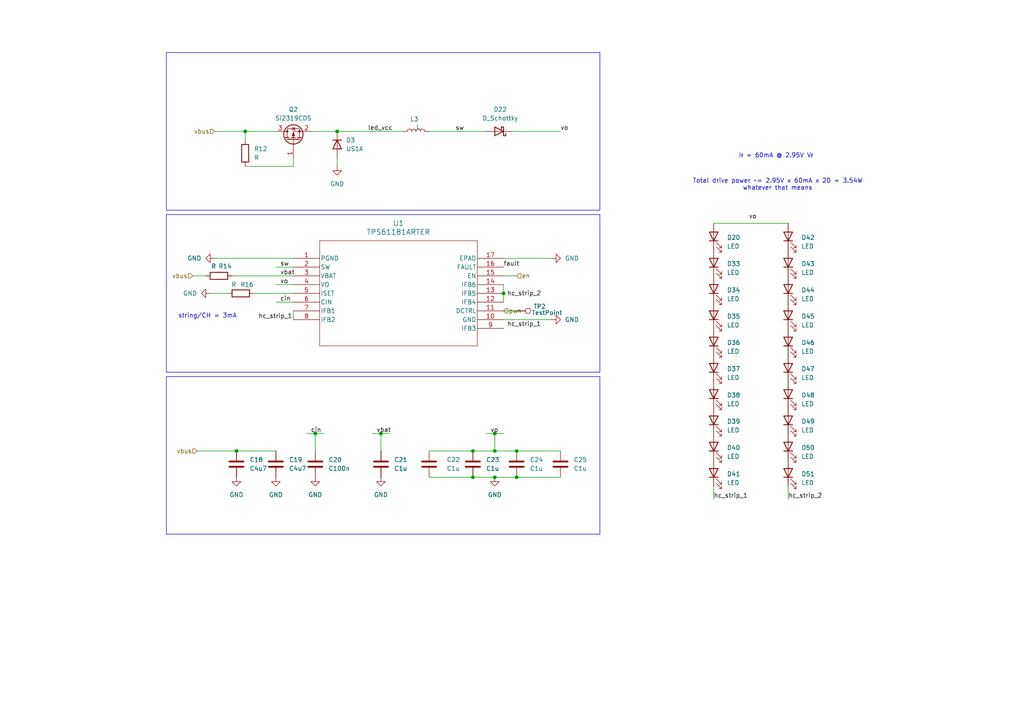
<source format=kicad_sch>
(kicad_sch (version 20250114) (generator "eeschema") (generator_version "9.0")
  (paper "A4")
  (lib_symbols
    (symbol "-TPS61181ARTER:TPS61181ARTER" (pin_names (offset 0.254))
      (property "Reference" "U" (at 30.48 10.16 0))
      (property "Value" "TPS61181ARTER" (at 30.48 7.62 0))
      (symbol "TPS61181ARTER_0_1"
        (polyline (pts (xy 7.62 5.08) (xy 7.62 -25.4)) (stroke (width 0.127)))
        (polyline (pts (xy 7.62 -25.4) (xy 53.34 -25.4)) (stroke (width 0.127)))
        (polyline (pts (xy 53.34 5.08) (xy 7.62 5.08)) (stroke (width 0.127)))
        (polyline (pts (xy 53.34 -25.4) (xy 53.34 5.08)) (stroke (width 0.127)))
        (pin input line (at 0 0 0) (length 7.62) (name "PGND") (number "1"))
        (pin input line (at 0 -2.54 0) (length 7.62) (name "SW") (number "2"))
        (pin input line (at 0 -5.08 0) (length 7.62) (name "VBAT") (number "3"))
        (pin output line (at 0 -7.62 0) (length 7.62) (name "VO") (number "4"))
        (pin input line (at 0 -10.16 0) (length 7.62) (name "ISET") (number "5"))
        (pin input line (at 0 -12.7 0) (length 7.62) (name "CIN") (number "6"))
        (pin input line (at 0 -15.24 0) (length 7.62) (name "IFB1") (number "7"))
        (pin input line (at 0 -17.78 0) (length 7.62) (name "IFB2") (number "8"))
        (pin unspecified line (at 60.96 0 180) (length 7.62) (name "EPAD") (number "17"))
        (pin input line (at 60.96 -2.54 180) (length 7.62) (name "FAULT") (number "16"))
        (pin input line (at 60.96 -5.08 180) (length 7.62) (name "EN") (number "15"))
        (pin input line (at 60.96 -7.62 180) (length 7.62) (name "IFB6") (number "14"))
        (pin input line (at 60.96 -10.16 180) (length 7.62) (name "IFB5") (number "13"))
        (pin input line (at 60.96 -12.7 180) (length 7.62) (name "IFB4") (number "12"))
        (pin input line (at 60.96 -15.24 180) (length 7.62) (name "DCTRL") (number "11"))
        (pin input line (at 60.96 -17.78 180) (length 7.62) (name "GND") (number "10"))
        (pin input line (at 60.96 -20.32 180) (length 7.62) (name "IFB3") (number "9"))
      )
    )
    (symbol "Connector:TestPoint" (pin_numbers (hide yes)) (pin_names (offset 0.762) (hide yes))
      (property "Reference" "TP" (at 0 6.858 0))
      (property "Value" "TestPoint" (at 0 5.08 0))
      (symbol "TestPoint_0_1"
        (circle (center 0 3.302) (radius 0.762))
      )
      (symbol "TestPoint_1_1"
        (pin passive line (at 0 0 90) (length 2.54) (name "1") (number "1"))
      )
    )
    (symbol "Device:C" (pin_numbers (hide yes)) (pin_names (offset 0.254))
      (property "Reference" "C" (at 0.635 2.54 0))
      (property "Value" "C" (at 0.635 -2.54 0))
      (symbol "C_0_1"
        (polyline (pts (xy -2.032 0.762) (xy 2.032 0.762)) (stroke (width 0.508)))
        (polyline (pts (xy -2.032 -0.762) (xy 2.032 -0.762)) (stroke (width 0.508)))
      )
      (symbol "C_1_1"
        (pin passive line (at 0 3.81 270) (length 2.794) (name "~") (number "1"))
        (pin passive line (at 0 -3.81 90) (length 2.794) (name "~") (number "2"))
      )
    )
    (symbol "Device:D_Schottky" (pin_numbers (hide yes)) (pin_names (offset 1.016) (hide yes))
      (property "Reference" "D" (at 0 2.54 0))
      (property "Value" "D_Schottky" (at 0 -2.54 0))
      (symbol "D_Schottky_0_1"
        (polyline (pts (xy -1.905 0.635) (xy -1.905 1.27) (xy -1.27 1.27) (xy -1.27 -1.27) (xy -0.635 -1.27) (xy -0.635 -0.635)) (stroke (width 0.254)))
        (polyline (pts (xy 1.27 1.27) (xy 1.27 -1.27) (xy -1.27 0) (xy 1.27 1.27)) (stroke (width 0.254)))
        (polyline (pts (xy 1.27 0) (xy -1.27 0)))
      )
      (symbol "D_Schottky_1_1"
        (pin passive line (at -3.81 0 0) (length 2.54) (name "K") (number "1"))
        (pin passive line (at 3.81 0 180) (length 2.54) (name "A") (number "2"))
      )
    )
    (symbol "Device:L" (pin_numbers (hide yes)) (pin_names (offset 1.016) (hide yes))
      (property "Reference" "L" (at -1.27 0 90))
      (property "Value" "L" (at 1.905 0 90))
      (symbol "L_0_1"
        (arc (start 0 2.54) (mid 0.6323 1.905) (end 0 1.27))
        (arc (start 0 1.27) (mid 0.6323 0.635) (end 0 0))
        (arc (start 0 0) (mid 0.6323 -0.635) (end 0 -1.27))
        (arc (start 0 -1.27) (mid 0.6323 -1.905) (end 0 -2.54))
      )
      (symbol "L_1_1"
        (pin passive line (at 0 3.81 270) (length 1.27) (name "1") (number "1"))
        (pin passive line (at 0 -3.81 90) (length 1.27) (name "2") (number "2"))
      )
    )
    (symbol "Device:LED" (pin_numbers (hide yes)) (pin_names (offset 1.016) (hide yes))
      (property "Reference" "D" (at 0 2.54 0))
      (property "Value" "LED" (at 0 -2.54 0))
      (symbol "LED_0_1"
        (polyline (pts (xy -3.048 -0.762) (xy -4.572 -2.286) (xy -3.81 -2.286) (xy -4.572 -2.286) (xy -4.572 -1.524)))
        (polyline (pts (xy -1.778 -0.762) (xy -3.302 -2.286) (xy -2.54 -2.286) (xy -3.302 -2.286) (xy -3.302 -1.524)))
        (polyline (pts (xy -1.27 0) (xy 1.27 0)))
        (polyline (pts (xy -1.27 -1.27) (xy -1.27 1.27)) (stroke (width 0.254)))
        (polyline (pts (xy 1.27 -1.27) (xy 1.27 1.27) (xy -1.27 0) (xy 1.27 -1.27)) (stroke (width 0.254)))
      )
      (symbol "LED_1_1"
        (pin passive line (at -3.81 0 0) (length 2.54) (name "K") (number "1"))
        (pin passive line (at 3.81 0 180) (length 2.54) (name "A") (number "2"))
      )
    )
    (symbol "Device:R" (pin_numbers (hide yes)) (pin_names (offset 0))
      (property "Reference" "R" (at 2.032 0 90))
      (property "Value" "R" (at 0 0 90))
      (symbol "R_0_1"
        (rectangle (start -1.016 -2.54) (end 1.016 2.54) (stroke (width 0.254)))
      )
      (symbol "R_1_1"
        (pin passive line (at 0 3.81 270) (length 1.27) (name "~") (number "1"))
        (pin passive line (at 0 -3.81 90) (length 1.27) (name "~") (number "2"))
      )
    )
    (symbol "Diode:US1A" (pin_numbers (hide yes)) (pin_names (hide yes))
      (property "Reference" "D" (at 0 2.54 0))
      (property "Value" "US1A" (at 0 -2.54 0))
      (symbol "US1A_0_1"
        (polyline (pts (xy -1.27 1.27) (xy -1.27 -1.27)) (stroke (width 0.254)))
        (polyline (pts (xy 1.27 1.27) (xy 1.27 -1.27) (xy -1.27 0) (xy 1.27 1.27)) (stroke (width 0.254)))
        (polyline (pts (xy 1.27 0) (xy -1.27 0)))
      )
      (symbol "US1A_1_1"
        (pin passive line (at -3.81 0 0) (length 2.54) (name "K") (number "1"))
        (pin passive line (at 3.81 0 180) (length 2.54) (name "A") (number "2"))
      )
    )
    (symbol "LED_1" (pin_numbers (hide yes)) (pin_names (offset 1.016) (hide yes))
      (property "Reference" "D" (at 0 2.54 0))
      (property "Value" "LED" (at 0 -2.54 0))
      (symbol "LED_1_0_1"
        (polyline (pts (xy -3.048 -0.762) (xy -4.572 -2.286) (xy -3.81 -2.286) (xy -4.572 -2.286) (xy -4.572 -1.524)))
        (polyline (pts (xy -1.778 -0.762) (xy -3.302 -2.286) (xy -2.54 -2.286) (xy -3.302 -2.286) (xy -3.302 -1.524)))
        (polyline (pts (xy -1.27 0) (xy 1.27 0)))
        (polyline (pts (xy -1.27 -1.27) (xy -1.27 1.27)) (stroke (width 0.254)))
        (polyline (pts (xy 1.27 -1.27) (xy 1.27 1.27) (xy -1.27 0) (xy 1.27 -1.27)) (stroke (width 0.254)))
      )
      (symbol "LED_1_1_1"
        (pin passive line (at -3.81 0 0) (length 2.54) (name "K") (number "1"))
        (pin passive line (at 3.81 0 180) (length 2.54) (name "A") (number "2"))
      )
    )
    (symbol "Transistor_FET:Si2319CDS" (pin_names (hide yes))
      (property "Reference" "Q" (at 5.08 1.905 0))
      (property "Value" "Si2319CDS" (at 5.08 0 0))
      (symbol "Si2319CDS_0_1"
        (polyline (pts (xy 0.254 1.905) (xy 0.254 -1.905)) (stroke (width 0.254)))
        (polyline (pts (xy 0.254 0) (xy -2.54 0)))
        (polyline (pts (xy 0.762 2.286) (xy 0.762 1.27)) (stroke (width 0.254)))
        (polyline (pts (xy 0.762 1.778) (xy 3.302 1.778) (xy 3.302 -1.778) (xy 0.762 -1.778)))
        (polyline (pts (xy 0.762 0.508) (xy 0.762 -0.508)) (stroke (width 0.254)))
        (polyline (pts (xy 0.762 -1.27) (xy 0.762 -2.286)) (stroke (width 0.254)))
        (circle (center 1.651 0) (radius 2.794) (stroke (width 0.254)))
        (polyline (pts (xy 2.286 0) (xy 1.27 0.381) (xy 1.27 -0.381) (xy 2.286 0)) (fill (type outline)))
        (polyline (pts (xy 2.54 2.54) (xy 2.54 1.778)))
        (circle (center 2.54 1.778) (radius 0.254) (fill (type outline)))
        (circle (center 2.54 -1.778) (radius 0.254) (fill (type outline)))
        (polyline (pts (xy 2.54 -2.54) (xy 2.54 0) (xy 0.762 0)))
        (polyline (pts (xy 2.794 -0.508) (xy 2.921 -0.381) (xy 3.683 -0.381) (xy 3.81 -0.254)))
        (polyline (pts (xy 3.302 -0.381) (xy 2.921 0.254) (xy 3.683 0.254) (xy 3.302 -0.381)))
      )
      (symbol "Si2319CDS_1_1"
        (pin input line (at -5.08 0 0) (length 2.54) (name "G") (number "1"))
        (pin passive line (at 2.54 5.08 270) (length 2.54) (name "D") (number "3"))
        (pin passive line (at 2.54 -5.08 90) (length 2.54) (name "S") (number "2"))
      )
    )
    (symbol "aaasymlib:TPS61181ARTER" (pin_names (offset 0.254))
      (property "Reference" "U" (at 30.48 10.16 0))
      (property "Value" "TPS61181ARTER" (at 30.48 7.62 0))
      (property "LCSC" "C2679379" (at 0 0 0))
      (symbol "TPS61181ARTER_0_1"
        (polyline (pts (xy 7.62 5.08) (xy 7.62 -25.4)) (stroke (width 0.127)))
        (polyline (pts (xy 7.62 -25.4) (xy 53.34 -25.4)) (stroke (width 0.127)))
        (polyline (pts (xy 53.34 5.08) (xy 7.62 5.08)) (stroke (width 0.127)))
        (polyline (pts (xy 53.34 -25.4) (xy 53.34 5.08)) (stroke (width 0.127)))
        (pin input line (at 0 0 0) (length 7.62) (name "PGND") (number "1"))
        (pin input line (at 0 -2.54 0) (length 7.62) (name "SW") (number "2"))
        (pin input line (at 0 -5.08 0) (length 7.62) (name "VBAT") (number "3"))
        (pin output line (at 0 -7.62 0) (length 7.62) (name "VO") (number "4"))
        (pin input line (at 0 -10.16 0) (length 7.62) (name "ISET") (number "5"))
        (pin input line (at 0 -12.7 0) (length 7.62) (name "CIN") (number "6"))
        (pin input line (at 0 -15.24 0) (length 7.62) (name "IFB1") (number "7"))
        (pin input line (at 0 -17.78 0) (length 7.62) (name "IFB2") (number "8"))
        (pin unspecified line (at 60.96 0 180) (length 7.62) (name "EPAD") (number "17"))
        (pin input line (at 60.96 -2.54 180) (length 7.62) (name "FAULT") (number "16"))
        (pin input line (at 60.96 -5.08 180) (length 7.62) (name "EN") (number "15"))
        (pin input line (at 60.96 -7.62 180) (length 7.62) (name "IFB6") (number "14"))
        (pin input line (at 60.96 -10.16 180) (length 7.62) (name "IFB5") (number "13"))
        (pin input line (at 60.96 -12.7 180) (length 7.62) (name "IFB4") (number "12"))
        (pin input line (at 60.96 -15.24 180) (length 7.62) (name "DCTRL") (number "11"))
        (pin input line (at 60.96 -17.78 180) (length 7.62) (name "GND") (number "10"))
        (pin input line (at 60.96 -20.32 180) (length 7.62) (name "IFB3") (number "9"))
      )
    )
    (symbol "power:GND" (power) (pin_numbers (hide yes)) (pin_names (offset 0) (hide yes))
      (property "Value" "GND" (at 0 -3.81 0))
      (symbol "GND_0_1"
        (polyline (pts (xy 0 0) (xy 0 -1.27) (xy 1.27 -1.27) (xy 0 -2.54) (xy -1.27 -1.27) (xy 0 -1.27)))
      )
      (symbol "GND_1_1"
        (pin power_in line (at 0 0 270) (length 0) (name "~") (number "1"))
      )
    )
  )
  (rectangle (start 48.26 15.24) (end 173.99 60.96))
  (rectangle (start 193.675 -160.02) (end 259.715 -17.78))
  (rectangle (start 48.26 62.23) (end 173.99 107.95))
  (rectangle (start 48.26 109.22) (end 173.99 154.94))
  (rectangle (start 26.035 -112.395) (end 193.04 -65.405))
  (rectangle (start 26.035 -160.02) (end 193.04 -113.03))
  (rectangle (start 26.035 -64.77) (end 193.04 -17.78))
  (text "20mA/CH = 60mA/string" (at 61.468 -82.042 0) (effects (font (size 1.27 1.27))))
  (text "Total drive power ~= 2.95V x 60mA x 20 = 3.54W\nwhatever that means" (at 225.552 53.594 0) (effects (font (size 1.27 1.27))))
  (text "LED Strings" (at 195.58 -156.21 0) (effects (font (size 2.54 2.54)) (justify left)))
  (text "I_{f} = 60mA @ 2.95V V_{f}" (at 226.314 -138.176 0) (effects (font (size 1.27 1.27))))
  (text "Total drive power ~= 2.95V x 60mA x 20 = 3.54W" (at 226.568 -130.556 0) (effects (font (size 1.27 1.27))))
  (text "Capacitors" (at 27.94 -61.214 0) (effects (font (size 2.54 2.54)) (justify left)))
  (text "Power Stage" (at 39.116 -156.718 0) (effects (font (size 2.54 2.54))))
  (text "I_{f} = 60mA @ 2.95V V_{f}" (at 225.044 45.212 0) (effects (font (size 1.27 1.27))))
  (text "string/CH = 3mA" (at 60.198 91.694 0) (effects (font (size 1.27 1.27))))
  (text "CC LED Driver" (at 41.148 -108.966 0) (effects (font (size 2.54 2.54))))
  (junction (at 97.79 38.1))
  (junction (at 143.51 130.81))
  (junction (at 91.44 125.73))
  (junction (at 81.28 -132.08))
  (junction (at 143.51 138.43))
  (junction (at 146.05 85.09))
  (junction (at 68.58 130.81))
  (junction (at 149.86 138.43))
  (junction (at 110.49 125.73))
  (junction (at 149.86 130.81))
  (junction (at 137.16 -46.99))
  (junction (at 148.59 -46.99))
  (junction (at 125.73 -39.37))
  (junction (at 71.12 38.1))
  (junction (at 137.16 138.43))
  (junction (at 125.73 -46.99))
  (junction (at 147.32 -86.36))
  (junction (at 137.16 -39.37))
  (junction (at 137.16 130.81))
  (junction (at 114.3 -39.37))
  (junction (at 66.04 -46.99))
  (junction (at 143.51 125.73))
  (junction (at 62.23 -132.08))
  (wire (pts (xy 146.05 82.55) (xy 146.05 85.09)))
  (wire (pts (xy 62.23 -119.38) (xy 62.23 -121.92)))
  (wire (pts (xy 90.17 38.1) (xy 97.79 38.1)))
  (wire (pts (xy 66.04 -46.99) (xy 78.74 -46.99)))
  (wire (pts (xy 110.49 125.73) (xy 113.03 125.73)))
  (wire (pts (xy 207.01 144.78) (xy 207.01 140.97)))
  (wire (pts (xy 67.31 80.01) (xy 85.09 80.01)))
  (wire (pts (xy 214.63 -106.68) (xy 236.22 -106.68)))
  (wire (pts (xy 80.01 77.47) (xy 85.09 77.47)))
  (wire (pts (xy 62.23 -129.54) (xy 62.23 -132.08)))
  (wire (pts (xy 97.79 38.1) (xy 116.84 38.1)))
  (wire (pts (xy 48.26 -132.08) (xy 62.23 -132.08)))
  (wire (pts (xy 140.97 125.73) (xy 143.51 125.73)))
  (wire (pts (xy 107.95 125.73) (xy 110.49 125.73)))
  (wire (pts (xy 158.75 -78.74) (xy 147.32 -78.74)))
  (wire (pts (xy 124.46 38.1) (xy 140.97 38.1)))
  (wire (pts (xy 71.12 38.1) (xy 71.12 40.64)))
  (wire (pts (xy 147.32 -88.9) (xy 147.32 -86.36)))
  (wire (pts (xy 71.12 48.26) (xy 85.09 48.26)))
  (wire (pts (xy 146.05 74.93) (xy 160.02 74.93)))
  (wire (pts (xy 71.12 -96.52) (xy 86.36 -96.52)))
  (wire (pts (xy 81.28 -132.08) (xy 120.65 -132.08)))
  (wire (pts (xy 90.17 -46.99) (xy 92.71 -46.99)))
  (wire (pts (xy 114.3 -39.37) (xy 125.73 -39.37)))
  (wire (pts (xy 68.58 130.81) (xy 80.01 130.81)))
  (wire (pts (xy 62.23 74.93) (xy 85.09 74.93)))
  (wire (pts (xy 143.51 138.43) (xy 149.86 138.43)))
  (wire (pts (xy 62.23 -91.44) (xy 86.36 -91.44)))
  (wire (pts (xy 85.09 45.72) (xy 85.09 48.26)))
  (wire (pts (xy 143.51 125.73) (xy 146.05 125.73)))
  (wire (pts (xy 158.75 -96.52) (xy 147.32 -96.52)))
  (wire (pts (xy 128.27 -132.08) (xy 151.13 -132.08)))
  (wire (pts (xy 80.01 87.63) (xy 85.09 87.63)))
  (wire (pts (xy 48.26 -46.99) (xy 66.04 -46.99)))
  (wire (pts (xy 146.05 92.71) (xy 160.02 92.71)))
  (wire (pts (xy 91.44 125.73) (xy 93.98 125.73)))
  (wire (pts (xy 91.44 130.81) (xy 91.44 125.73)))
  (wire (pts (xy 149.86 -46.99) (xy 148.59 -46.99)))
  (wire (pts (xy 148.59 -46.99) (xy 137.16 -46.99)))
  (wire (pts (xy 137.16 138.43) (xy 143.51 138.43)))
  (wire (pts (xy 102.87 -46.99) (xy 106.68 -46.99)))
  (wire (pts (xy 83.82 -88.9) (xy 86.36 -88.9)))
  (wire (pts (xy 80.01 38.1) (xy 71.12 38.1)))
  (wire (pts (xy 68.58 -119.38) (xy 68.58 -124.46)))
  (wire (pts (xy 83.82 -93.98) (xy 86.36 -93.98)))
  (wire (pts (xy 146.05 80.01) (xy 149.86 80.01)))
  (wire (pts (xy 146.05 90.17) (xy 149.86 90.17)))
  (wire (pts (xy 143.51 130.81) (xy 143.51 125.73)))
  (wire (pts (xy 148.59 38.1) (xy 162.56 38.1)))
  (wire (pts (xy 124.46 138.43) (xy 137.16 138.43)))
  (wire (pts (xy 97.79 45.72) (xy 97.79 48.26)))
  (wire (pts (xy 228.6 144.78) (xy 228.6 140.97)))
  (wire (pts (xy 146.05 85.09) (xy 146.05 87.63)))
  (wire (pts (xy 78.74 -86.36) (xy 86.36 -86.36)))
  (wire (pts (xy 55.88 80.01) (xy 59.69 80.01)))
  (wire (pts (xy 137.16 -39.37) (xy 148.59 -39.37)))
  (wire (pts (xy 73.66 -132.08) (xy 81.28 -132.08)))
  (wire (pts (xy 73.66 85.09) (xy 85.09 85.09)))
  (wire (pts (xy 62.23 -119.38) (xy 68.58 -119.38)))
  (wire (pts (xy 125.73 -39.37) (xy 137.16 -39.37)))
  (wire (pts (xy 158.75 -132.08) (xy 173.99 -132.08)))
  (wire (pts (xy 124.46 130.81) (xy 137.16 130.81)))
  (wire (pts (xy 85.09 90.17) (xy 85.09 92.71)))
  (wire (pts (xy 207.01 64.77) (xy 228.6 64.77)))
  (wire (pts (xy 125.73 -46.99) (xy 114.3 -46.99)))
  (wire (pts (xy 137.16 -46.99) (xy 125.73 -46.99)))
  (wire (pts (xy 80.01 82.55) (xy 85.09 82.55)))
  (wire (pts (xy 57.15 130.81) (xy 68.58 130.81)))
  (wire (pts (xy 60.96 85.09) (xy 66.04 85.09)))
  (wire (pts (xy 147.32 -86.36) (xy 147.32 -83.82)))
  (wire (pts (xy 62.23 38.1) (xy 71.12 38.1)))
  (wire (pts (xy 48.26 -91.44) (xy 54.61 -91.44)))
  (wire (pts (xy 88.9 125.73) (xy 91.44 125.73)))
  (wire (pts (xy 110.49 130.81) (xy 110.49 125.73)))
  (wire (pts (xy 149.86 130.81) (xy 162.56 130.81)))
  (wire (pts (xy 137.16 130.81) (xy 143.51 130.81)))
  (wire (pts (xy 143.51 130.81) (xy 149.86 130.81)))
  (wire (pts (xy 62.23 -132.08) (xy 63.5 -132.08)))
  (wire (pts (xy 149.86 138.43) (xy 162.56 138.43)))
  (wire (pts (xy 86.36 -81.28) (xy 86.36 -78.74)))
  (label "vo" (at 149.86 -46.99 0))
  (label "vbat" (at 81.28 80.01 0))
  (label "hc_strip_2" (at 236.22 -30.48 180))
  (label "sw" (at 81.28 77.47 0))
  (label "hc_strip_1" (at 207.01 144.78 0))
  (label "sw" (at 142.24 -132.08 180))
  (label "hc_strip_1" (at 214.63 -30.48 180))
  (label "vbat" (at 109.22 125.73 0))
  (label "hc_strip_1" (at 74.93 92.71 0))
  (label "vo" (at 173.99 -132.08 0))
  (label "led_vcc" (at 106.68 38.1 0))
  (label "vbat" (at 83.82 -91.44 180))
  (label "hc_strip_1" (at 147.066 94.996 0))
  (label "vo" (at 83.82 -88.9 180))
  (label "vo" (at 217.17 63.754 0))
  (label "sw" (at 132.08 38.1 0))
  (label "fault" (at 146.05 77.47 0))
  (label "cin" (at 81.28 87.63 0))
  (label "hc_strip_2" (at 147.32 -86.36 0))
  (label "vo" (at 81.28 82.55 0))
  (label "hc_strip_2" (at 228.6 144.78 0))
  (label "cin" (at 92.71 -46.99 180))
  (label "fault" (at 68.58 -119.38 0))
  (label "vo" (at 162.56 38.1 0))
  (label "cin" (at 86.36 -83.82 180))
  (label "led_vcc" (at 102.87 -132.08 180))
  (label "vbat" (at 106.68 -46.99 180))
  (label "hc_strip_1" (at 147.32 -76.2 0))
  (label "fault" (at 147.32 -93.98 0))
  (label "vo" (at 142.24 125.73 0))
  (label "vo" (at 236.22 -106.68 0))
  (label "hc_strip_2" (at 147.066 86.106 0))
  (label "hc_strip_1" (at 86.36 -81.28 180))
  (label "sw" (at 83.82 -93.98 180))
  (label "cin" (at 90.17 125.73 0))
  (hierarchical_label "vbus" (shape input) (at 62.23 38.1 180))
  (hierarchical_label "vbus" (shape input) (at 48.26 -46.99 180))
  (hierarchical_label "en" (shape input) (at 149.86 80.01 0))
  (hierarchical_label "vbus" (shape input) (at 48.26 -91.44 180))
  (hierarchical_label "en" (shape input) (at 147.32 -91.44 0))
  (hierarchical_label "pwn" (shape input) (at 146.05 90.17 0))
  (hierarchical_label "vbus" (shape input) (at 48.26 -132.08 180))
  (hierarchical_label "vbus" (shape input) (at 55.88 80.01 180))
  (hierarchical_label "pwm" (shape input) (at 147.32 -81.28 0))
  (hierarchical_label "vbus" (shape input) (at 57.15 130.81 180))
  (symbol (lib_id "Device:C") (at 110.49 134.62 0) (unit 1)
    (property "Reference" "C21" (at 114.3 133.3499 0) (effects (justify left)))
    (property "Value" "C1u" (at 114.3 135.8899 0) (effects (justify left)))
    (property "Description" "Unpolarized capacitor" (effects (hide yes)))
  )
  (symbol (lib_id "Device:C") (at 80.01 134.62 0) (unit 1)
    (property "Reference" "C19" (at 83.82 133.3499 0) (effects (justify left)))
    (property "Value" "C4u7" (at 83.82 135.8899 0) (effects (justify left)))
    (property "Description" "Unpolarized capacitor" (effects (hide yes)))
  )
  (symbol (lib_id "aaasymlib:TPS61181ARTER") (at 86.36 -96.52 0) (unit 1)
    (property "Reference" "U8" (at 116.84 -109.22 0) (effects (font (size 1.524 1.524))))
    (property "Value" "TPS61181ARTER" (at 116.84 -106.68 0) (effects (font (size 1.524 1.524))))
    (property "Footprint" "aaaafootprintlib:RTE16_1P7X1P7" (effects (hide yes)))
    (property "Datasheet" "TPS61181ARTER" (effects (hide yes)))
    (property "LCSC" "C2679379" (at 116.84 -104.14 0))
  )
  (symbol (lib_id "Transistor_FET:Si2319CDS") (at 68.58 -129.54 270) (mirror x) (unit 1)
    (property "Reference" "Q1" (at 68.58 -138.43 90))
    (property "Value" "Si2319CDS" (at 68.58 -135.89 90))
    (property "Footprint" "Package_TO_SOT_SMD:SOT-23" (effects (hide yes)))
    (property "Datasheet" "http://www.vishay.com/docs/66709/si2319cd.pdf" (effects (hide yes)))
    (property "Description" "-4.4A Id, -40V Vds, P-Channel MOSFET, SOT-23" (effects (hide yes)))
    (property "LCSC" "C146287" (effects (hide yes)))
  )
  (symbol (lib_id "Device:R") (at 62.23 -125.73 0) (mirror x) (unit 1)
    (property "Reference" "R15" (at 59.69 -127.0001 0) (effects (justify right)))
    (property "Value" "R62k" (at 59.69 -124.4601 0) (effects (justify right)))
    (property "Footprint" "Resistor_SMD:R_0402_1005Metric" (effects (hide yes)))
    (property "Description" "Resistor" (effects (hide yes)))
    (property "LCSC" "C137950" (effects (hide yes)))
  )
  (symbol (lib_id "Device:LED") (at 236.22 -41.91 270) (mirror x) (unit 1)
    (property "Reference" "D31" (at 232.41 -41.5926 90) (effects (justify right)))
    (property "Value" "LED250mW" (at 232.41 -39.0526 90) (effects (justify right)))
    (property "Footprint" "aaaafootprintlib:LED_EAHC2835WD6" (effects (hide yes)))
    (property "Datasheet" "https://www.lcsc.com/datasheet/lcsc_datasheet_2001081821_Everlight-Elec-67-21S-KK5C-H402633Z6-2T-CLW_C385299.pdf" (effects (hide yes)))
    (property "Description" "Light emitting diode, 250mW, 60mA@3V3" (effects (hide yes)))
    (property "LCSC" "C385299" (effects (hide yes)))
  )
  (symbol (lib_id "power:GND") (at 158.75 -78.74 90) (unit 1)
    (property "Reference" "#PWR027" (effects (hide yes)))
    (property "Value" "GND" (at 162.56 -78.7401 90) (effects (justify right)))
    (property "Description" "Power symbol creates a global label with name \"GND\" , ground" (effects (hide yes)))
  )
  (symbol (lib_id "-TPS61181ARTER:TPS61181ARTER") (at 85.09 74.93 0) (unit 1)
    (property "Reference" "U1" (at 115.57 64.77 0) (effects (font (size 1.524 1.524))))
    (property "Value" "TPS61181ARTER" (at 115.57 67.31 0) (effects (font (size 1.524 1.524))))
    (property "Footprint" "RTE16_1P7X1P7" (effects (hide yes)))
    (property "Datasheet" "TPS61181ARTER" (effects (hide yes)))
  )
  (symbol (lib_name "LED_1") (lib_id "Device:LED") (at 228.6 76.2 90) (unit 1)
    (property "Reference" "D43" (at 232.41 76.5174 90) (effects (justify right)))
    (property "Value" "LED" (at 232.41 79.0574 90) (effects (justify right)))
    (property "Description" "Light emitting diode" (effects (hide yes)))
    (property "Sim.Pins" "1=K 2=A" (effects (hide yes)))
  )
  (symbol (lib_id "Device:C") (at 66.04 -43.18 0) (unit 1)
    (property "Reference" "C10" (at 69.85 -44.4501 0) (effects (justify left)))
    (property "Value" "C4u7" (at 69.85 -41.9101 0) (effects (justify left)))
    (property "Footprint" "Capacitor_SMD:C_0603_1608Metric" (effects (hide yes)))
    (property "Description" "Unpolarized capacitor" (effects (hide yes)))
    (property "LCSC" "C1705" (effects (hide yes)))
  )
  (symbol (lib_id "Device:LED") (at 236.22 -80.01 270) (mirror x) (unit 1)
    (property "Reference" "D17" (at 232.41 -79.6926 90) (effects (justify right)))
    (property "Value" "LED250mW" (at 232.41 -77.1526 90) (effects (justify right)))
    (property "Footprint" "aaaafootprintlib:LED_EAHC2835WD6" (effects (hide yes)))
    (property "Datasheet" "https://www.lcsc.com/datasheet/lcsc_datasheet_2001081821_Everlight-Elec-67-21S-KK5C-H402633Z6-2T-CLW_C385299.pdf" (effects (hide yes)))
    (property "Description" "Light emitting diode, 250mW, 60mA@3V3" (effects (hide yes)))
    (property "LCSC" "C385299" (effects (hide yes)))
  )
  (symbol (lib_id "Device:LED") (at 236.22 -87.63 270) (mirror x) (unit 1)
    (property "Reference" "D15" (at 232.41 -87.3126 90) (effects (justify right)))
    (property "Value" "LED250mW" (at 232.41 -84.7726 90) (effects (justify right)))
    (property "Footprint" "aaaafootprintlib:LED_EAHC2835WD6" (effects (hide yes)))
    (property "Datasheet" "https://www.lcsc.com/datasheet/lcsc_datasheet_2001081821_Everlight-Elec-67-21S-KK5C-H402633Z6-2T-CLW_C385299.pdf" (effects (hide yes)))
    (property "Description" "Light emitting diode, 250mW, 60mA@3V3" (effects (hide yes)))
    (property "LCSC" "C385299" (effects (hide yes)))
  )
  (symbol (lib_id "Device:C") (at 148.59 -43.18 0) (unit 1)
    (property "Reference" "C17" (at 152.4 -44.4501 0) (effects (justify left)))
    (property "Value" "C1u" (at 152.4 -41.9101 0) (effects (justify left)))
    (property "Footprint" "Capacitor_SMD:C_0402_1005Metric" (effects (hide yes)))
    (property "Description" "Unpolarized capacitor" (effects (hide yes)))
    (property "LCSC" "C14445" (effects (hide yes)))
  )
  (symbol (lib_id "power:GND") (at 160.02 92.71 90) (unit 1)
    (property "Reference" "#PWR032" (effects (hide yes)))
    (property "Value" "GND" (at 163.83 92.7099 90) (effects (justify right)))
    (property "Description" "Power symbol creates a global label with name \"GND\" , ground" (effects (hide yes)))
  )
  (symbol (lib_id "Device:LED") (at 214.63 -87.63 270) (mirror x) (unit 1)
    (property "Reference" "D14" (at 210.82 -87.3126 90) (effects (justify right)))
    (property "Value" "LED250mW" (at 210.82 -84.7726 90) (effects (justify right)))
    (property "Footprint" "aaaafootprintlib:LED_EAHC2835WD6" (effects (hide yes)))
    (property "Datasheet" "https://www.lcsc.com/datasheet/lcsc_datasheet_2001081821_Everlight-Elec-67-21S-KK5C-H402633Z6-2T-CLW_C385299.pdf" (effects (hide yes)))
    (property "Description" "Light emitting diode, 250mW, 60mA@3V3" (effects (hide yes)))
    (property "LCSC" "C385299" (effects (hide yes)))
  )
  (symbol (lib_name "LED_1") (lib_id "Device:LED") (at 207.01 106.68 90) (unit 1)
    (property "Reference" "D37" (at 210.82 106.9974 90) (effects (justify right)))
    (property "Value" "LED" (at 210.82 109.5374 90) (effects (justify right)))
    (property "Description" "Light emitting diode" (effects (hide yes)))
    (property "Sim.Pins" "1=K 2=A" (effects (hide yes)))
  )
  (symbol (lib_id "power:GND") (at 102.87 -39.37 0) (unit 1)
    (property "Reference" "#PWR023" (effects (hide yes)))
    (property "Value" "GND" (at 102.87 -34.29 0))
    (property "Description" "Power symbol creates a global label with name \"GND\" , ground" (effects (hide yes)))
  )
  (symbol (lib_name "LED_1") (lib_id "Device:LED") (at 228.6 129.54 90) (unit 1)
    (property "Reference" "D50" (at 232.41 129.8574 90) (effects (justify right)))
    (property "Value" "LED" (at 232.41 132.3974 90) (effects (justify right)))
    (property "Description" "Light emitting diode" (effects (hide yes)))
    (property "Sim.Pins" "1=K 2=A" (effects (hide yes)))
  )
  (symbol (lib_id "Device:LED") (at 236.22 -95.25 270) (mirror x) (unit 1)
    (property "Reference" "D13" (at 232.41 -94.9326 90) (effects (justify right)))
    (property "Value" "LED250mW" (at 232.41 -92.3926 90) (effects (justify right)))
    (property "Footprint" "aaaafootprintlib:LED_EAHC2835WD6" (effects (hide yes)))
    (property "Datasheet" "https://www.lcsc.com/datasheet/lcsc_datasheet_2001081821_Everlight-Elec-67-21S-KK5C-H402633Z6-2T-CLW_C385299.pdf" (effects (hide yes)))
    (property "Description" "Light emitting diode, 250mW, 60mA@3V3" (effects (hide yes)))
    (property "LCSC" "C385299" (effects (hide yes)))
  )
  (symbol (lib_id "Device:R") (at 74.93 -86.36 90) (unit 1)
    (property "Reference" "R10" (at 74.93 -92.71 90))
    (property "Value" "R62k" (at 74.93 -90.17 90))
    (property "Footprint" "Resistor_SMD:R_0402_1005Metric" (effects (hide yes)))
    (property "Description" "Resistor" (effects (hide yes)))
    (property "LCSC" "C137950" (effects (hide yes)))
  )
  (symbol (lib_id "Device:L") (at 120.65 38.1 90) (unit 1)
    (property "Reference" "L3" (at 121.412 34.544 90) (effects (justify left)))
    (property "Value" "L" (at 121.9199 36.83 90) (effects (justify left)))
    (property "Description" "Inductor" (effects (hide yes)))
  )
  (symbol (lib_id "Device:LED") (at 236.22 -57.15 270) (mirror x) (unit 1)
    (property "Reference" "D27" (at 232.41 -56.8326 90) (effects (justify right)))
    (property "Value" "LED250mW" (at 232.41 -54.2926 90) (effects (justify right)))
    (property "Footprint" "aaaafootprintlib:LED_EAHC2835WD6" (effects (hide yes)))
    (property "Datasheet" "https://www.lcsc.com/datasheet/lcsc_datasheet_2001081821_Everlight-Elec-67-21S-KK5C-H402633Z6-2T-CLW_C385299.pdf" (effects (hide yes)))
    (property "Description" "Light emitting diode, 250mW, 60mA@3V3" (effects (hide yes)))
    (property "LCSC" "C385299" (effects (hide yes)))
  )
  (symbol (lib_id "power:GND") (at 66.04 -39.37 0) (unit 1)
    (property "Reference" "#PWR024" (effects (hide yes)))
    (property "Value" "GND" (at 66.04 -34.29 0))
    (property "Description" "Power symbol creates a global label with name \"GND\" , ground" (effects (hide yes)))
  )
  (symbol (lib_id "Device:LED") (at 214.63 -64.77 270) (mirror x) (unit 1)
    (property "Reference" "D24" (at 210.82 -64.4526 90) (effects (justify right)))
    (property "Value" "LED250mW" (at 210.82 -61.9126 90) (effects (justify right)))
    (property "Footprint" "aaaafootprintlib:LED_EAHC2835WD6" (effects (hide yes)))
    (property "Datasheet" "https://www.lcsc.com/datasheet/lcsc_datasheet_2001081821_Everlight-Elec-67-21S-KK5C-H402633Z6-2T-CLW_C385299.pdf" (effects (hide yes)))
    (property "Description" "Light emitting diode, 250mW, 60mA@3V3" (effects (hide yes)))
    (property "LCSC" "C385299" (effects (hide yes)))
  )
  (symbol (lib_id "power:GND") (at 143.51 138.43 0) (unit 1)
    (property "Reference" "#PWR038" (effects (hide yes)))
    (property "Value" "GND" (at 143.51 143.51 0))
    (property "Description" "Power symbol creates a global label with name \"GND\" , ground" (effects (hide yes)))
  )
  (symbol (lib_name "LED_1") (lib_id "Device:LED") (at 228.6 137.16 90) (unit 1)
    (property "Reference" "D51" (at 232.41 137.4774 90) (effects (justify right)))
    (property "Value" "LED" (at 232.41 140.0174 90) (effects (justify right)))
    (property "Description" "Light emitting diode" (effects (hide yes)))
    (property "Sim.Pins" "1=K 2=A" (effects (hide yes)))
  )
  (symbol (lib_id "Device:LED") (at 236.22 -72.39 270) (mirror x) (unit 1)
    (property "Reference" "D19" (at 232.41 -72.0726 90) (effects (justify right)))
    (property "Value" "LED250mW" (at 232.41 -69.5326 90) (effects (justify right)))
    (property "Footprint" "aaaafootprintlib:LED_EAHC2835WD6" (effects (hide yes)))
    (property "Datasheet" "https://www.lcsc.com/datasheet/lcsc_datasheet_2001081821_Everlight-Elec-67-21S-KK5C-H402633Z6-2T-CLW_C385299.pdf" (effects (hide yes)))
    (property "Description" "Light emitting diode, 250mW, 60mA@3V3" (effects (hide yes)))
    (property "LCSC" "C385299" (effects (hide yes)))
  )
  (symbol (lib_id "power:GND") (at 97.79 48.26 0) (unit 1)
    (property "Reference" "#PWR028" (effects (hide yes)))
    (property "Value" "GND" (at 97.79 53.34 0))
    (property "Description" "Power symbol creates a global label with name \"GND\" , ground" (effects (hide yes)))
  )
  (symbol (lib_id "Device:LED") (at 236.22 -102.87 270) (mirror x) (unit 1)
    (property "Reference" "D11" (at 232.41 -102.5526 90) (effects (justify right)))
    (property "Value" "LED250mW" (at 232.41 -100.0126 90) (effects (justify right)))
    (property "Footprint" "aaaafootprintlib:LED_EAHC2835WD6" (effects (hide yes)))
    (property "Datasheet" "https://www.lcsc.com/datasheet/lcsc_datasheet_2001081821_Everlight-Elec-67-21S-KK5C-H402633Z6-2T-CLW_C385299.pdf" (effects (hide yes)))
    (property "Description" "Light emitting diode, 250mW, 60mA@3V3" (effects (hide yes)))
    (property "LCSC" "C385299" (effects (hide yes)))
  )
  (symbol (lib_id "Device:C") (at 68.58 134.62 0) (unit 1)
    (property "Reference" "C18" (at 72.39 133.3499 0) (effects (justify left)))
    (property "Value" "C4u7" (at 72.39 135.8899 0) (effects (justify left)))
    (property "Description" "Unpolarized capacitor" (effects (hide yes)))
  )
  (symbol (lib_id "Device:C") (at 114.3 -43.18 0) (unit 1)
    (property "Reference" "C14" (at 118.11 -44.4501 0) (effects (justify left)))
    (property "Value" "C1u" (at 118.11 -41.9101 0) (effects (justify left)))
    (property "Footprint" "Capacitor_SMD:C_0402_1005Metric" (effects (hide yes)))
    (property "Description" "Unpolarized capacitor" (effects (hide yes)))
    (property "LCSC" "C14445" (effects (hide yes)))
  )
  (symbol (lib_id "Device:L") (at 124.46 -132.08 90) (unit 1)
    (property "Reference" "L2" (at 124.46 -137.16 90))
    (property "Value" "L10u" (at 124.46 -134.62 90))
    (property "Footprint" "Inductor_SMD:L_Changjiang_FNR5040S" (effects (hide yes)))
    (property "Description" "Inductor" (effects (hide yes)))
    (property "LCSC" " C167967" (effects (hide yes)))
  )
  (symbol (lib_id "Connector:TestPoint") (at 149.86 90.17 270) (unit 1)
    (property "Reference" "TP2" (at 154.686 88.9 90) (effects (justify left)))
    (property "Value" "TestPoint" (at 154.178 90.678 90) (effects (justify left)))
    (property "Description" "test point" (effects (hide yes)))
  )
  (symbol (lib_name "LED_1") (lib_id "Device:LED") (at 228.6 106.68 90) (unit 1)
    (property "Reference" "D47" (at 232.41 106.9974 90) (effects (justify right)))
    (property "Value" "LED" (at 232.41 109.5374 90) (effects (justify right)))
    (property "Description" "Light emitting diode" (effects (hide yes)))
    (property "Sim.Pins" "1=K 2=A" (effects (hide yes)))
  )
  (symbol (lib_id "Device:R") (at 69.85 85.09 90) (unit 1)
    (property "Reference" "R16" (at 71.628 82.55 90))
    (property "Value" "R" (at 67.818 82.55 90))
    (property "Description" "Resistor" (effects (hide yes)))
  )
  (symbol (lib_id "Device:LED") (at 214.63 -95.25 270) (mirror x) (unit 1)
    (property "Reference" "D12" (at 210.82 -94.9326 90) (effects (justify right)))
    (property "Value" "LED250mW" (at 210.82 -92.3926 90) (effects (justify right)))
    (property "Footprint" "aaaafootprintlib:LED_EAHC2835WD6" (effects (hide yes)))
    (property "Datasheet" "https://www.lcsc.com/datasheet/lcsc_datasheet_2001081821_Everlight-Elec-67-21S-KK5C-H402633Z6-2T-CLW_C385299.pdf" (effects (hide yes)))
    (property "Description" "Light emitting diode, 250mW, 60mA@3V3" (effects (hide yes)))
    (property "LCSC" "C385299" (effects (hide yes)))
  )
  (symbol (lib_id "Device:LED") (at 214.63 -57.15 270) (mirror x) (unit 1)
    (property "Reference" "D26" (at 210.82 -56.8326 90) (effects (justify right)))
    (property "Value" "LED250mW" (at 210.82 -54.2926 90) (effects (justify right)))
    (property "Footprint" "aaaafootprintlib:LED_EAHC2835WD6" (effects (hide yes)))
    (property "Datasheet" "https://www.lcsc.com/datasheet/lcsc_datasheet_2001081821_Everlight-Elec-67-21S-KK5C-H402633Z6-2T-CLW_C385299.pdf" (effects (hide yes)))
    (property "Description" "Light emitting diode, 250mW, 60mA@3V3" (effects (hide yes)))
    (property "LCSC" "C385299" (effects (hide yes)))
  )
  (symbol (lib_id "Device:C") (at 124.46 134.62 0) (unit 1)
    (property "Reference" "C22" (at 129.54 133.3499 0) (effects (justify left)))
    (property "Value" "C1u" (at 129.54 135.8899 0) (effects (justify left)))
    (property "Description" "Unpolarized capacitor" (effects (hide yes)))
  )
  (symbol (lib_id "Device:R") (at 58.42 -91.44 270) (unit 1)
    (property "Reference" "R13" (at 58.42 -97.79 90))
    (property "Value" "R51" (at 58.42 -95.25 90))
    (property "Footprint" "Resistor_SMD:R_0402_1005Metric" (effects (hide yes)))
    (property "Description" "Resistor" (effects (hide yes)))
    (property "LCSC" "C137960" (effects (hide yes)))
  )
  (symbol (lib_name "LED_1") (lib_id "Device:LED") (at 228.6 91.44 90) (unit 1)
    (property "Reference" "D45" (at 232.41 91.7574 90) (effects (justify right)))
    (property "Value" "LED" (at 232.41 94.2974 90) (effects (justify right)))
    (property "Description" "Light emitting diode" (effects (hide yes)))
    (property "Sim.Pins" "1=K 2=A" (effects (hide yes)))
  )
  (symbol (lib_id "Device:C") (at 162.56 134.62 0) (unit 1)
    (property "Reference" "C25" (at 166.37 133.3499 0) (effects (justify left)))
    (property "Value" "C1u" (at 166.37 135.8899 0) (effects (justify left)))
    (property "Description" "Unpolarized capacitor" (effects (hide yes)))
  )
  (symbol (lib_id "Device:LED") (at 214.63 -102.87 270) (mirror x) (unit 1)
    (property "Reference" "D10" (at 210.82 -102.5526 90) (effects (justify right)))
    (property "Value" "LED250mW" (at 210.82 -100.0126 90) (effects (justify right)))
    (property "Footprint" "aaaafootprintlib:LED_EAHC2835WD6" (effects (hide yes)))
    (property "Datasheet" "https://www.lcsc.com/datasheet/lcsc_datasheet_2001081821_Everlight-Elec-67-21S-KK5C-H402633Z6-2T-CLW_C385299.pdf" (effects (hide yes)))
    (property "Description" "Light emitting diode, 250mW, 60mA@3V3" (effects (hide yes)))
    (property "LCSC" "C385299" (effects (hide yes)))
  )
  (symbol (lib_id "power:GND") (at 60.96 85.09 270) (unit 1)
    (property "Reference" "#PWR030" (effects (hide yes)))
    (property "Value" "GND" (at 57.15 85.0899 90) (effects (justify right)))
    (property "Description" "Power symbol creates a global label with name \"GND\" , ground" (effects (hide yes)))
  )
  (symbol (lib_name "LED_1") (lib_id "Device:LED") (at 207.01 129.54 90) (unit 1)
    (property "Reference" "D40" (at 210.82 129.8574 90) (effects (justify right)))
    (property "Value" "LED" (at 210.82 132.3974 90) (effects (justify right)))
    (property "Description" "Light emitting diode" (effects (hide yes)))
    (property "Sim.Pins" "1=K 2=A" (effects (hide yes)))
  )
  (symbol (lib_id "Device:LED") (at 214.63 -80.01 270) (mirror x) (unit 1)
    (property "Reference" "D16" (at 210.82 -79.6926 90) (effects (justify right)))
    (property "Value" "LED250mW" (at 210.82 -77.1526 90) (effects (justify right)))
    (property "Footprint" "aaaafootprintlib:LED_EAHC2835WD6" (effects (hide yes)))
    (property "Datasheet" "https://www.lcsc.com/datasheet/lcsc_datasheet_2001081821_Everlight-Elec-67-21S-KK5C-H402633Z6-2T-CLW_C385299.pdf" (effects (hide yes)))
    (property "Description" "Light emitting diode, 250mW, 60mA@3V3" (effects (hide yes)))
    (property "LCSC" "C385299" (effects (hide yes)))
  )
  (symbol (lib_id "power:GND") (at 110.49 138.43 0) (unit 1)
    (property "Reference" "#PWR036" (effects (hide yes)))
    (property "Value" "GND" (at 110.49 143.51 0))
    (property "Description" "Power symbol creates a global label with name \"GND\" , ground" (effects (hide yes)))
  )
  (symbol (lib_id "Device:C") (at 102.87 -43.18 0) (unit 1)
    (property "Reference" "C13" (at 106.68 -44.4501 0) (effects (justify left)))
    (property "Value" "C1u" (at 106.68 -41.9101 0) (effects (justify left)))
    (property "Footprint" "Capacitor_SMD:C_0402_1005Metric" (effects (hide yes)))
    (property "Description" "Unpolarized capacitor" (effects (hide yes)))
    (property "LCSC" "C14445" (effects (hide yes)))
  )
  (symbol (lib_id "power:GND") (at 81.28 -124.46 0) (unit 1)
    (property "Reference" "#PWR021" (effects (hide yes)))
    (property "Value" "GND" (at 81.28 -119.38 0))
    (property "Description" "Power symbol creates a global label with name \"GND\" , ground" (effects (hide yes)))
  )
  (symbol (lib_name "LED_1") (lib_id "Device:LED") (at 228.6 114.3 90) (unit 1)
    (property "Reference" "D48" (at 232.41 114.6174 90) (effects (justify right)))
    (property "Value" "LED" (at 232.41 117.1574 90) (effects (justify right)))
    (property "Description" "Light emitting diode" (effects (hide yes)))
    (property "Sim.Pins" "1=K 2=A" (effects (hide yes)))
  )
  (symbol (lib_id "power:GND") (at 71.12 -96.52 270) (unit 1)
    (property "Reference" "#PWR019" (effects (hide yes)))
    (property "Value" "GND" (at 67.31 -96.5201 90) (effects (justify right)))
    (property "Description" "Power symbol creates a global label with name \"GND\" , ground" (effects (hide yes)))
  )
  (symbol (lib_id "Diode:US1A") (at 97.79 41.91 270) (unit 1)
    (property "Reference" "D3" (at 100.33 40.6399 90) (effects (justify left)))
    (property "Value" "US1A" (at 100.33 43.1799 90) (effects (justify left)))
    (property "Footprint" "Diode_SMD:D_SMA" (effects (hide yes)))
    (property "Datasheet" "https://www.diodes.com/assets/Datasheets/ds16008.pdf" (effects (hide yes)))
    (property "Description" "50V, 1A, General Purpose Rectifier Diode, SMA(DO-214AC)" (effects (hide yes)))
    (property "Sim.Device" "D" (effects (hide yes)))
    (property "Sim.Pins" "1=K 2=A" (effects (hide yes)))
  )
  (symbol (lib_id "power:GND") (at 90.17 -39.37 0) (unit 1)
    (property "Reference" "#PWR022" (effects (hide yes)))
    (property "Value" "GND" (at 90.17 -34.29 0))
    (property "Description" "Power symbol creates a global label with name \"GND\" , ground" (effects (hide yes)))
  )
  (symbol (lib_id "Device:LED") (at 214.63 -49.53 270) (mirror x) (unit 1)
    (property "Reference" "D28" (at 210.82 -49.2126 90) (effects (justify right)))
    (property "Value" "LED250mW" (at 210.82 -46.6726 90) (effects (justify right)))
    (property "Footprint" "aaaafootprintlib:LED_EAHC2835WD6" (effects (hide yes)))
    (property "Datasheet" "https://www.lcsc.com/datasheet/lcsc_datasheet_2001081821_Everlight-Elec-67-21S-KK5C-H402633Z6-2T-CLW_C385299.pdf" (effects (hide yes)))
    (property "Description" "Light emitting diode, 250mW, 60mA@3V3" (effects (hide yes)))
    (property "LCSC" "C385299" (effects (hide yes)))
  )
  (symbol (lib_id "Device:D_Schottky") (at 144.78 38.1 180) (unit 1)
    (property "Reference" "D22" (at 145.0975 31.75 0))
    (property "Value" "D_Schottky" (at 145.0975 34.29 0))
    (property "Description" "Schottky diode" (effects (hide yes)))
  )
  (symbol (lib_id "power:GND") (at 80.01 138.43 0) (unit 1)
    (property "Reference" "#PWR034" (effects (hide yes)))
    (property "Value" "GND" (at 80.01 143.51 0))
    (property "Description" "Power symbol creates a global label with name \"GND\" , ground" (effects (hide yes)))
  )
  (symbol (lib_id "Device:LED") (at 236.22 -49.53 270) (mirror x) (unit 1)
    (property "Reference" "D29" (at 232.41 -49.2126 90) (effects (justify right)))
    (property "Value" "LED250mW" (at 232.41 -46.6726 90) (effects (justify right)))
    (property "Footprint" "aaaafootprintlib:LED_EAHC2835WD6" (effects (hide yes)))
    (property "Datasheet" "https://www.lcsc.com/datasheet/lcsc_datasheet_2001081821_Everlight-Elec-67-21S-KK5C-H402633Z6-2T-CLW_C385299.pdf" (effects (hide yes)))
    (property "Description" "Light emitting diode, 250mW, 60mA@3V3" (effects (hide yes)))
    (property "LCSC" "C385299" (effects (hide yes)))
  )
  (symbol (lib_id "Device:C") (at 78.74 -43.18 0) (unit 1)
    (property "Reference" "C11" (at 82.55 -44.4501 0) (effects (justify left)))
    (property "Value" "C4u7" (at 82.55 -41.9101 0) (effects (justify left)))
    (property "Footprint" "Capacitor_SMD:C_0603_1608Metric" (effects (hide yes)))
    (property "Description" "Unpolarized capacitor" (effects (hide yes)))
    (property "LCSC" "C1705" (effects (hide yes)))
  )
  (symbol (lib_id "power:GND") (at 62.23 74.93 270) (unit 1)
    (property "Reference" "#PWR029" (effects (hide yes)))
    (property "Value" "GND" (at 58.42 74.9299 90) (effects (justify right)))
    (property "Description" "Power symbol creates a global label with name \"GND\" , ground" (effects (hide yes)))
  )
  (symbol (lib_id "power:GND") (at 160.02 74.93 90) (unit 1)
    (property "Reference" "#PWR031" (effects (hide yes)))
    (property "Value" "GND" (at 163.83 74.9299 90) (effects (justify right)))
    (property "Description" "Power symbol creates a global label with name \"GND\" , ground" (effects (hide yes)))
  )
  (symbol (lib_name "LED_1") (lib_id "Device:LED") (at 207.01 76.2 90) (unit 1)
    (property "Reference" "D33" (at 210.82 76.5174 90) (effects (justify right)))
    (property "Value" "LED" (at 210.82 79.0574 90) (effects (justify right)))
    (property "Description" "Light emitting diode" (effects (hide yes)))
    (property "Sim.Pins" "1=K 2=A" (effects (hide yes)))
  )
  (symbol (lib_name "LED_1") (lib_id "Device:LED") (at 228.6 121.92 90) (unit 1)
    (property "Reference" "D49" (at 232.41 122.2374 90) (effects (justify right)))
    (property "Value" "LED" (at 232.41 124.7774 90) (effects (justify right)))
    (property "Description" "Light emitting diode" (effects (hide yes)))
    (property "Sim.Pins" "1=K 2=A" (effects (hide yes)))
  )
  (symbol (lib_id "power:GND") (at 91.44 138.43 0) (unit 1)
    (property "Reference" "#PWR035" (effects (hide yes)))
    (property "Value" "GND" (at 91.44 143.51 0))
    (property "Description" "Power symbol creates a global label with name \"GND\" , ground" (effects (hide yes)))
  )
  (symbol (lib_id "Device:D_Schottky") (at 154.94 -132.08 180) (unit 1)
    (property "Reference" "D9" (at 155.2575 -138.43 0))
    (property "Value" "D_Schottky" (at 155.2575 -135.89 0))
    (property "Footprint" "Diode_SMD:D_SOD-123" (effects (hide yes)))
    (property "Description" "Schottky diode" (effects (hide yes)))
    (property "LCSC" "C908227" (effects (hide yes)))
  )
  (symbol (lib_id "Device:LED") (at 214.63 -34.29 270) (mirror x) (unit 1)
    (property "Reference" "D32" (at 210.82 -33.9726 90) (effects (justify right)))
    (property "Value" "LED250mW" (at 210.82 -31.4326 90) (effects (justify right)))
    (property "Footprint" "aaaafootprintlib:LED_EAHC2835WD6" (effects (hide yes)))
    (property "Datasheet" "https://www.lcsc.com/datasheet/lcsc_datasheet_2001081821_Everlight-Elec-67-21S-KK5C-H402633Z6-2T-CLW_C385299.pdf" (effects (hide yes)))
    (property "Description" "Light emitting diode, 250mW, 60mA@3V3" (effects (hide yes)))
    (property "LCSC" "C385299" (effects (hide yes)))
  )
  (symbol (lib_id "power:GND") (at 71.12 -86.36 270) (unit 1)
    (property "Reference" "#PWR018" (effects (hide yes)))
    (property "Value" "GND" (at 67.31 -86.3601 90) (effects (justify right)))
    (property "Description" "Power symbol creates a global label with name \"GND\" , ground" (effects (hide yes)))
  )
  (symbol (lib_id "Device:C") (at 149.86 134.62 0) (unit 1)
    (property "Reference" "C24" (at 153.67 133.3499 0) (effects (justify left)))
    (property "Value" "C1u" (at 153.67 135.8899 0) (effects (justify left)))
    (property "Description" "Unpolarized capacitor" (effects (hide yes)))
  )
  (symbol (lib_id "power:GND") (at 158.75 -96.52 90) (unit 1)
    (property "Reference" "#PWR026" (effects (hide yes)))
    (property "Value" "GND" (at 162.56 -96.5201 90) (effects (justify right)))
    (property "Description" "Power symbol creates a global label with name \"GND\" , ground" (effects (hide yes)))
  )
  (symbol (lib_name "LED_1") (lib_id "Device:LED") (at 207.01 83.82 90) (unit 1)
    (property "Reference" "D34" (at 210.82 84.1374 90) (effects (justify right)))
    (property "Value" "LED" (at 210.82 86.6774 90) (effects (justify right)))
    (property "Description" "Light emitting diode" (effects (hide yes)))
    (property "Sim.Pins" "1=K 2=A" (effects (hide yes)))
  )
  (symbol (lib_name "LED_1") (lib_id "Device:LED") (at 228.6 83.82 90) (unit 1)
    (property "Reference" "D44" (at 232.41 84.1374 90) (effects (justify right)))
    (property "Value" "LED" (at 232.41 86.6774 90) (effects (justify right)))
    (property "Description" "Light emitting diode" (effects (hide yes)))
    (property "Sim.Pins" "1=K 2=A" (effects (hide yes)))
  )
  (symbol (lib_name "LED_1") (lib_id "Device:LED") (at 207.01 99.06 90) (unit 1)
    (property "Reference" "D36" (at 210.82 99.3774 90) (effects (justify right)))
    (property "Value" "LED" (at 210.82 101.9174 90) (effects (justify right)))
    (property "Description" "Light emitting diode" (effects (hide yes)))
    (property "Sim.Pins" "1=K 2=A" (effects (hide yes)))
  )
  (symbol (lib_id "power:GND") (at 78.74 -39.37 0) (unit 1)
    (property "Reference" "#PWR020" (effects (hide yes)))
    (property "Value" "GND" (at 78.74 -34.29 0))
    (property "Description" "Power symbol creates a global label with name \"GND\" , ground" (effects (hide yes)))
  )
  (symbol (lib_id "power:GND") (at 114.3 -39.37 0) (unit 1)
    (property "Reference" "#PWR025" (effects (hide yes)))
    (property "Value" "GND" (at 114.3 -34.29 0))
    (property "Description" "Power symbol creates a global label with name \"GND\" , ground" (effects (hide yes)))
  )
  (symbol (lib_name "LED_1") (lib_id "Device:LED") (at 228.6 99.06 90) (unit 1)
    (property "Reference" "D46" (at 232.41 99.3774 90) (effects (justify right)))
    (property "Value" "LED" (at 232.41 101.9174 90) (effects (justify right)))
    (property "Description" "Light emitting diode" (effects (hide yes)))
    (property "Sim.Pins" "1=K 2=A" (effects (hide yes)))
  )
  (symbol (lib_name "LED_1") (lib_id "Device:LED") (at 207.01 121.92 90) (unit 1)
    (property "Reference" "D39" (at 210.82 122.2374 90) (effects (justify right)))
    (property "Value" "LED" (at 210.82 124.7774 90) (effects (justify right)))
    (property "Description" "Light emitting diode" (effects (hide yes)))
    (property "Sim.Pins" "1=K 2=A" (effects (hide yes)))
  )
  (symbol (lib_id "Device:C") (at 91.44 134.62 0) (unit 1)
    (property "Reference" "C20" (at 95.25 133.3499 0) (effects (justify left)))
    (property "Value" "C100n" (at 95.25 135.8899 0) (effects (justify left)))
    (property "Description" "Unpolarized capacitor" (effects (hide yes)))
  )
  (symbol (lib_name "LED_1") (lib_id "Device:LED") (at 228.6 68.58 90) (unit 1)
    (property "Reference" "D42" (at 232.41 68.8974 90) (effects (justify right)))
    (property "Value" "LED" (at 232.41 71.4374 90) (effects (justify right)))
    (property "Description" "Light emitting diode" (effects (hide yes)))
    (property "Sim.Pins" "1=K 2=A" (effects (hide yes)))
  )
  (symbol (lib_id "Device:C") (at 137.16 134.62 0) (unit 1)
    (property "Reference" "C23" (at 140.97 133.3499 0) (effects (justify left)))
    (property "Value" "C1u" (at 140.97 135.8899 0) (effects (justify left)))
    (property "Description" "Unpolarized capacitor" (effects (hide yes)))
  )
  (symbol (lib_id "Device:C") (at 125.73 -43.18 0) (unit 1)
    (property "Reference" "C15" (at 129.54 -44.4501 0) (effects (justify left)))
    (property "Value" "C1u" (at 129.54 -41.9101 0) (effects (justify left)))
    (property "Footprint" "Capacitor_SMD:C_0402_1005Metric" (effects (hide yes)))
    (property "Description" "Unpolarized capacitor" (effects (hide yes)))
    (property "LCSC" "C14445" (effects (hide yes)))
  )
  (symbol (lib_id "Device:LED") (at 214.63 -72.39 270) (mirror x) (unit 1)
    (property "Reference" "D18" (at 210.82 -72.0726 90) (effects (justify right)))
    (property "Value" "LED250mW" (at 210.82 -69.5326 90) (effects (justify right)))
    (property "Footprint" "aaaafootprintlib:LED_EAHC2835WD6" (effects (hide yes)))
    (property "Datasheet" "https://www.lcsc.com/datasheet/lcsc_datasheet_2001081821_Everlight-Elec-67-21S-KK5C-H402633Z6-2T-CLW_C385299.pdf" (effects (hide yes)))
    (property "Description" "Light emitting diode, 250mW, 60mA@3V3" (effects (hide yes)))
    (property "LCSC" "C385299" (effects (hide yes)))
  )
  (symbol (lib_id "Diode:US1A") (at 81.28 -128.27 270) (unit 1)
    (property "Reference" "D21" (at 83.82 -129.5401 90) (effects (justify left)))
    (property "Value" "US1A" (at 83.82 -127.0001 90) (effects (justify left)))
    (property "Footprint" "Diode_SMD:D_SMA" (effects (hide yes)))
    (property "Datasheet" "https://www.diodes.com/assets/Datasheets/ds16008.pdf" (effects (hide yes)))
    (property "Description" "50V, 1A, General Purpose Rectifier Diode, SMA(DO-214AC)" (effects (hide yes)))
    (property "Sim.Device" "D" (effects (hide yes)))
    (property "Sim.Pins" "1=K 2=A" (effects (hide yes)))
    (property "LCSC" "C18199125" (effects (hide yes)))
  )
  (symbol (lib_name "LED_1") (lib_id "Device:LED") (at 207.01 114.3 90) (unit 1)
    (property "Reference" "D38" (at 210.82 114.6174 90) (effects (justify right)))
    (property "Value" "LED" (at 210.82 117.1574 90) (effects (justify right)))
    (property "Description" "Light emitting diode" (effects (hide yes)))
    (property "Sim.Pins" "1=K 2=A" (effects (hide yes)))
  )
  (symbol (lib_name "LED_1") (lib_id "Device:LED") (at 207.01 91.44 90) (unit 1)
    (property "Reference" "D35" (at 210.82 91.7574 90) (effects (justify right)))
    (property "Value" "LED" (at 210.82 94.2974 90) (effects (justify right)))
    (property "Description" "Light emitting diode" (effects (hide yes)))
    (property "Sim.Pins" "1=K 2=A" (effects (hide yes)))
  )
  (symbol (lib_id "Device:R") (at 71.12 44.45 0) (unit 1)
    (property "Reference" "R12" (at 73.66 43.1799 0) (effects (justify left)))
    (property "Value" "R" (at 73.66 45.7199 0) (effects (justify left)))
    (property "Description" "Resistor" (effects (hide yes)))
  )
  (symbol (lib_id "Device:C") (at 137.16 -43.18 0) (unit 1)
    (property "Reference" "C16" (at 140.97 -44.4501 0) (effects (justify left)))
    (property "Value" "C1u" (at 140.97 -41.9101 0) (effects (justify left)))
    (property "Footprint" "Capacitor_SMD:C_0402_1005Metric" (effects (hide yes)))
    (property "Description" "Unpolarized capacitor" (effects (hide yes)))
    (property "LCSC" "C14445" (effects (hide yes)))
  )
  (symbol (lib_id "Device:LED") (at 236.22 -64.77 270) (mirror x) (unit 1)
    (property "Reference" "D25" (at 232.41 -64.4526 90) (effects (justify right)))
    (property "Value" "LED250mW" (at 232.41 -61.9126 90) (effects (justify right)))
    (property "Footprint" "aaaafootprintlib:LED_EAHC2835WD6" (effects (hide yes)))
    (property "Datasheet" "https://www.lcsc.com/datasheet/lcsc_datasheet_2001081821_Everlight-Elec-67-21S-KK5C-H402633Z6-2T-CLW_C385299.pdf" (effects (hide yes)))
    (property "Description" "Light emitting diode, 250mW, 60mA@3V3" (effects (hide yes)))
    (property "LCSC" "C385299" (effects (hide yes)))
  )
  (symbol (lib_name "LED_1") (lib_id "Device:LED") (at 207.01 137.16 90) (unit 1)
    (property "Reference" "D41" (at 210.82 137.4774 90) (effects (justify right)))
    (property "Value" "LED" (at 210.82 140.0174 90) (effects (justify right)))
    (property "Description" "Light emitting diode" (effects (hide yes)))
    (property "Sim.Pins" "1=K 2=A" (effects (hide yes)))
  )
  (symbol (lib_id "Connector:TestPoint") (at 147.32 -81.28 270) (unit 1)
    (property "Reference" "TP1" (at 154.94 -81.28 90) (effects (justify left)))
    (property "Value" "TestPoint" (at 154.686 -83.058 90) (effects (justify left)))
    (property "Footprint" "TestPoint:TestPoint_Pad_D1.0mm" (effects (hide yes)))
    (property "Description" "test point" (effects (hide yes)))
  )
  (symbol (lib_name "LED_1") (lib_id "Device:LED") (at 207.01 68.58 90) (unit 1)
    (property "Reference" "D20" (at 210.82 68.8974 90) (effects (justify right)))
    (property "Value" "LED" (at 210.82 71.4374 90) (effects (justify right)))
    (property "Description" "Light emitting diode" (effects (hide yes)))
    (property "Sim.Pins" "1=K 2=A" (effects (hide yes)))
  )
  (symbol (lib_id "Device:LED") (at 236.22 -34.29 270) (mirror x) (unit 1)
    (property "Reference" "D23" (at 232.41 -33.9726 90) (effects (justify right)))
    (property "Value" "LED250mW" (at 232.41 -31.4326 90) (effects (justify right)))
    (property "Footprint" "aaaafootprintlib:LED_EAHC2835WD6" (effects (hide yes)))
    (property "Datasheet" "https://www.lcsc.com/datasheet/lcsc_datasheet_2001081821_Everlight-Elec-67-21S-KK5C-H402633Z6-2T-CLW_C385299.pdf" (effects (hide yes)))
    (property "Description" "Light emitting diode, 250mW, 60mA@3V3" (effects (hide yes)))
    (property "LCSC" "C385299" (effects (hide yes)))
  )
  (symbol (lib_id "power:GND") (at 68.58 138.43 0) (unit 1)
    (property "Reference" "#PWR033" (effects (hide yes)))
    (property "Value" "GND" (at 68.58 143.51 0))
    (property "Description" "Power symbol creates a global label with name \"GND\" , ground" (effects (hide yes)))
  )
  (symbol (lib_id "Transistor_FET:Si2319CDS") (at 85.09 40.64 90) (unit 1)
    (property "Reference" "Q2" (at 85.09 31.75 90))
    (property "Value" "Si2319CDS" (at 85.09 34.29 90))
    (property "Footprint" "Package_TO_SOT_SMD:SOT-23" (effects (hide yes)))
    (property "Datasheet" "http://www.vishay.com/docs/66709/si2319cd.pdf" (effects (hide yes)))
    (property "Description" "-4.4A Id, -40V Vds, P-Channel MOSFET, SOT-23" (effects (hide yes)))
  )
  (symbol (lib_id "Device:LED") (at 214.63 -41.91 270) (mirror x) (unit 1)
    (property "Reference" "D30" (at 210.82 -41.5926 90) (effects (justify right)))
    (property "Value" "LED250mW" (at 210.82 -39.0526 90) (effects (justify right)))
    (property "Footprint" "aaaafootprintlib:LED_EAHC2835WD6" (effects (hide yes)))
    (property "Datasheet" "https://www.lcsc.com/datasheet/lcsc_datasheet_2001081821_Everlight-Elec-67-21S-KK5C-H402633Z6-2T-CLW_C385299.pdf" (effects (hide yes)))
    (property "Description" "Light emitting diode, 250mW, 60mA@3V3" (effects (hide yes)))
    (property "LCSC" "C385299" (effects (hide yes)))
  )
  (symbol (lib_id "Device:R") (at 63.5 80.01 90) (unit 1)
    (property "Reference" "R14" (at 65.278 77.216 90))
    (property "Value" "R" (at 61.976 77.216 90))
    (property "Description" "Resistor" (effects (hide yes)))
  )
  (symbol (lib_id "Device:C") (at 90.17 -43.18 0) (unit 1)
    (property "Reference" "C12" (at 93.98 -44.4501 0) (effects (justify left)))
    (property "Value" "C100n" (at 93.98 -41.9101 0) (effects (justify left)))
    (property "Footprint" "Capacitor_SMD:C_0402_1005Metric" (effects (hide yes)))
    (property "Description" "Unpolarized capacitor" (effects (hide yes)))
    (property "LCSC" "C162178" (effects (hide yes)))
  )
)
</source>
